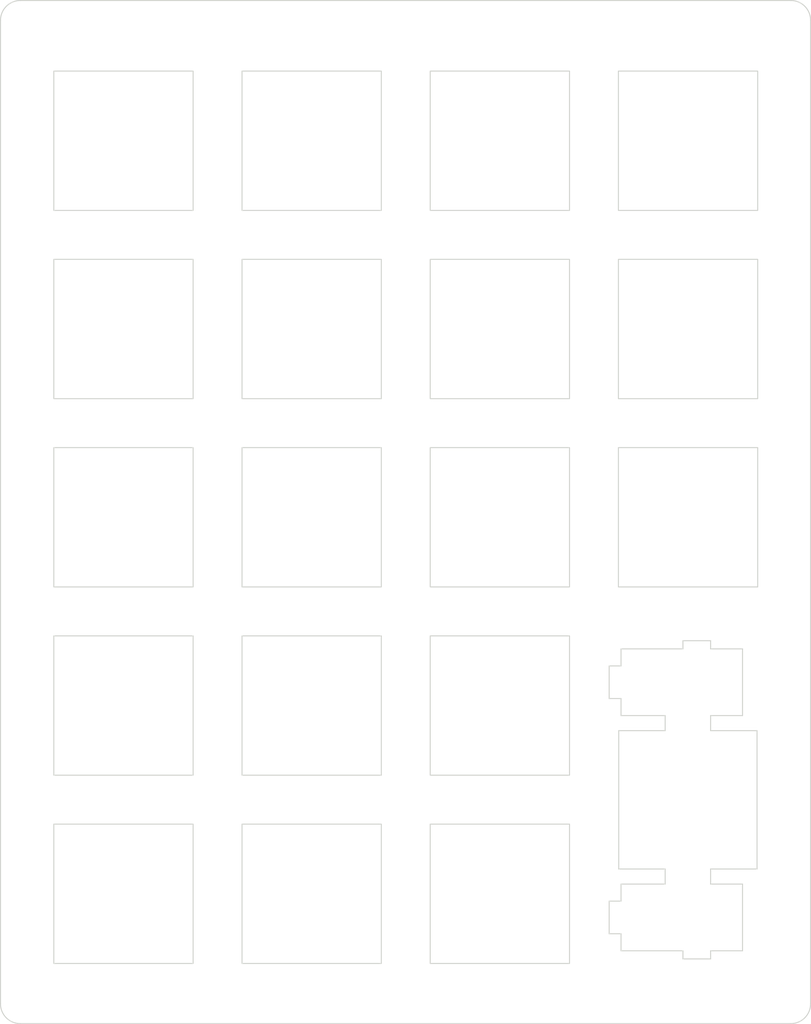
<source format=kicad_pcb>
(kicad_pcb (version 20221018) (generator pcbnew)
  (layers (0 "F.Cu" signal) (31 "B.Cu" signal) (34 "B.Paste" user) (35 "F.Paste" user) (36 "B.SilkS" user "B.Silkscreen") (37 "F.SilkS" user "F.Silkscreen") (38 "B.Mask" user) (39 "F.Mask" user) (44 "Edge.Cuts" user))
  (net 0 "")
  (footprint "" (layer "F.Cu") (at 48.804 171.811)
    (fp_text reference "" (at 0 0) (layer "F.SilkS") (effects (font (size 1.27 1.27))))
    (fp_text value "" (at 0 0) (layer "F.SilkS") (effects (font (size 1.27 1.27))))
    (pad "" np_thru_hole circle (at 0 0) (size 2.2 2.2) (drill 2.2) (layers "F&B.Cu" "*.Mask"))
  )
  (footprint "" (layer "F.Cu") (at 48.821 72.296)
    (fp_text reference "" (at 0 0) (layer "F.SilkS") (effects (font (size 1.27 1.27))))
    (fp_text value "" (at 0 0) (layer "F.SilkS") (effects (font (size 1.27 1.27))))
    (pad "" np_thru_hole circle (at 0 0) (size 2.2 2.2) (drill 2.2) (layers "F&B.Cu" "*.Mask"))
  )
  (footprint "" (layer "F.Cu") (at 126.815 171.799)
    (fp_text reference "" (at 0 0) (layer "F.SilkS") (effects (font (size 1.27 1.27))))
    (fp_text value "" (at 0 0) (layer "F.SilkS") (effects (font (size 1.27 1.27))))
    (pad "" np_thru_hole circle (at 0 0) (size 2.2 2.2) (drill 2.2) (layers "F&B.Cu" "*.Mask"))
  )
  (footprint "" (layer "F.Cu") (at 126.801 72.296)
    (fp_text reference "" (at 0 0) (layer "F.SilkS") (effects (font (size 1.27 1.27))))
    (fp_text value "" (at 0 0) (layer "F.SilkS") (effects (font (size 1.27 1.27))))
    (pad "" np_thru_hole circle (at 0 0) (size 2.2 2.2) (drill 2.2) (layers "F&B.Cu" "*.Mask"))
  )
  (gr_line (start 128.811 171.803) (end 128.811 72.276) (stroke (width 0.1)) (layer "Edge.Cuts"))
  (gr_line (start 118.69145 158.159999) (end 123.39185 158.159999) (stroke (width 0.1)) (layer "Edge.Cuts"))
  (gr_rect (start 109.359 96.469) (end 123.459 110.569) (stroke (width 0.1)) (fill none) (layer "Edge.Cuts"))
  (gr_arc (start 46.811 72.29) (mid 47.400887 70.865887) (end 48.825 70.276) (stroke (width 0.1)) (layer "Edge.Cuts"))
  (gr_rect (start 109.359 77.419) (end 123.459 91.519) (stroke (width 0.1)) (fill none) (layer "Edge.Cuts"))
  (gr_line (start 121.92165 166.435) (end 121.92165 159.686) (stroke (width 0.1)) (layer "Edge.Cuts"))
  (gr_rect (start 90.309 96.469) (end 104.409 110.569) (stroke (width 0.1)) (fill none) (layer "Edge.Cuts"))
  (gr_rect (start 52.209 134.569) (end 66.309 148.669) (stroke (width 0.1)) (fill none) (layer "Edge.Cuts"))
  (gr_rect (start 90.309 77.419) (end 104.409 91.519) (stroke (width 0.1)) (fill none) (layer "Edge.Cuts"))
  (gr_line (start 115.89265 135.886) (end 109.62265 135.886) (stroke (width 0.1)) (layer "Edge.Cuts"))
  (gr_line (start 109.62265 140.91) (end 109.62265 142.636) (stroke (width 0.1)) (layer "Edge.Cuts"))
  (gr_line (start 115.89265 167.261) (end 118.69145 167.261) (stroke (width 0.1)) (layer "Edge.Cuts"))
  (gr_rect (start 71.259 77.419) (end 85.359 91.519) (stroke (width 0.1)) (fill none) (layer "Edge.Cuts"))
  (gr_rect (start 52.209 115.519) (end 66.309 129.619) (stroke (width 0.1)) (fill none) (layer "Edge.Cuts"))
  (gr_line (start 108.42235 164.71) (end 109.62265 164.71) (stroke (width 0.1)) (layer "Edge.Cuts"))
  (gr_line (start 109.39245 144.16) (end 109.39245 158.159999) (stroke (width 0.1)) (layer "Edge.Cuts"))
  (gr_line (start 109.62265 142.636) (end 114.09155 142.636) (stroke (width 0.1)) (layer "Edge.Cuts"))
  (gr_line (start 109.62265 135.886) (end 109.62265 137.611) (stroke (width 0.1)) (layer "Edge.Cuts"))
  (gr_rect (start 52.209 96.469) (end 66.309 110.569) (stroke (width 0.1)) (fill none) (layer "Edge.Cuts"))
  (gr_line (start 115.89265 166.435) (end 115.89265 167.261) (stroke (width 0.1)) (layer "Edge.Cuts"))
  (gr_line (start 109.62265 166.435) (end 115.89265 166.435) (stroke (width 0.1)) (layer "Edge.Cuts"))
  (gr_rect (start 52.209 77.419) (end 66.309 91.519) (stroke (width 0.1)) (fill none) (layer "Edge.Cuts"))
  (gr_line (start 109.62265 137.611) (end 108.42235 137.611) (stroke (width 0.1)) (layer "Edge.Cuts"))
  (gr_line (start 118.69145 166.435) (end 121.92165 166.435) (stroke (width 0.1)) (layer "Edge.Cuts"))
  (gr_line (start 121.92165 142.636) (end 121.92165 135.886) (stroke (width 0.1)) (layer "Edge.Cuts"))
  (gr_rect (start 71.259 153.619) (end 85.359 167.719) (stroke (width 0.1)) (fill none) (layer "Edge.Cuts"))
  (gr_arc (start 48.810999 173.803) (mid 47.396786 173.217214) (end 46.811 171.803001) (stroke (width 0.1)) (layer "Edge.Cuts"))
  (gr_line (start 109.62265 159.686) (end 109.62265 161.411) (stroke (width 0.1)) (layer "Edge.Cuts"))
  (gr_line (start 115.89265 135.06) (end 115.89265 135.886) (stroke (width 0.1)) (layer "Edge.Cuts"))
  (gr_line (start 114.09155 142.636) (end 114.09155 144.16) (stroke (width 0.1)) (layer "Edge.Cuts"))
  (gr_rect (start 71.259 115.519) (end 85.359 129.619) (stroke (width 0.1)) (fill none) (layer "Edge.Cuts"))
  (gr_line (start 109.39245 158.159999) (end 114.09155 158.159999) (stroke (width 0.1)) (layer "Edge.Cuts"))
  (gr_line (start 46.811 72.29) (end 46.811 171.803) (stroke (width 0.1)) (layer "Edge.Cuts"))
  (gr_line (start 121.92165 159.686) (end 118.69145 159.686) (stroke (width 0.1)) (layer "Edge.Cuts"))
  (gr_rect (start 52.209 153.619) (end 66.309 167.719) (stroke (width 0.1)) (fill none) (layer "Edge.Cuts"))
  (gr_line (start 121.92165 135.886) (end 118.69145 135.886) (stroke (width 0.1)) (layer "Edge.Cuts"))
  (gr_line (start 114.09155 158.159999) (end 114.09155 159.686) (stroke (width 0.1)) (layer "Edge.Cuts"))
  (gr_line (start 108.42235 137.611) (end 108.42235 140.91) (stroke (width 0.1)) (layer "Edge.Cuts"))
  (gr_line (start 108.42235 140.91) (end 109.62265 140.91) (stroke (width 0.1)) (layer "Edge.Cuts"))
  (gr_line (start 109.62265 164.71) (end 109.62265 166.435) (stroke (width 0.1)) (layer "Edge.Cuts"))
  (gr_arc (start 128.811 171.803) (mid 128.225214 173.217214) (end 126.811 173.803) (stroke (width 0.1)) (layer "Edge.Cuts"))
  (gr_rect (start 109.359 115.519) (end 123.459 129.619) (stroke (width 0.1)) (fill none) (layer "Edge.Cuts"))
  (gr_line (start 123.39185 144.16) (end 118.69145 144.16) (stroke (width 0.1)) (layer "Edge.Cuts"))
  (gr_line (start 108.42235 161.411) (end 108.42235 164.71) (stroke (width 0.1)) (layer "Edge.Cuts"))
  (gr_line (start 118.69145 167.261) (end 118.69145 166.435) (stroke (width 0.1)) (layer "Edge.Cuts"))
  (gr_rect (start 71.259 134.569) (end 85.359 148.669) (stroke (width 0.1)) (fill none) (layer "Edge.Cuts"))
  (gr_rect (start 71.259 96.469) (end 85.359 110.569) (stroke (width 0.1)) (fill none) (layer "Edge.Cuts"))
  (gr_line (start 123.39185 158.159999) (end 123.39185 144.16) (stroke (width 0.1)) (layer "Edge.Cuts"))
  (gr_line (start 48.811 173.803) (end 126.811 173.803) (stroke (width 0.1)) (layer "Edge.Cuts"))
  (gr_line (start 48.825 70.276) (end 126.811 70.276) (stroke (width 0.1)) (layer "Edge.Cuts"))
  (gr_line (start 114.09155 144.16) (end 109.39245 144.16) (stroke (width 0.1)) (layer "Edge.Cuts"))
  (gr_rect (start 90.309 153.619) (end 104.409 167.719) (stroke (width 0.1)) (fill none) (layer "Edge.Cuts"))
  (gr_rect (start 90.309 115.519) (end 104.409 129.619) (stroke (width 0.1)) (fill none) (layer "Edge.Cuts"))
  (gr_arc (start 126.811 70.276) (mid 128.225214 70.861786) (end 128.811 72.276) (stroke (width 0.1)) (layer "Edge.Cuts"))
  (gr_line (start 118.69145 144.16) (end 118.69145 142.636) (stroke (width 0.1)) (layer "Edge.Cuts"))
  (gr_line (start 114.09155 159.686) (end 109.62265 159.686) (stroke (width 0.1)) (layer "Edge.Cuts"))
  (gr_rect (start 90.309 134.569) (end 104.409 148.669) (stroke (width 0.1)) (fill none) (layer "Edge.Cuts"))
  (gr_line (start 118.69145 142.636) (end 121.92165 142.636) (stroke (width 0.1)) (layer "Edge.Cuts"))
  (gr_line (start 118.69145 135.06) (end 115.89265 135.06) (stroke (width 0.1)) (layer "Edge.Cuts"))
  (gr_line (start 109.62265 161.411) (end 108.42235 161.411) (stroke (width 0.1)) (layer "Edge.Cuts"))
  (gr_line (start 118.69145 159.686) (end 118.69145 158.159999) (stroke (width 0.1)) (layer "Edge.Cuts"))
  (gr_line (start 118.69145 135.886) (end 118.69145 135.06) (stroke (width 0.1)) (layer "Edge.Cuts"))
)
</source>
